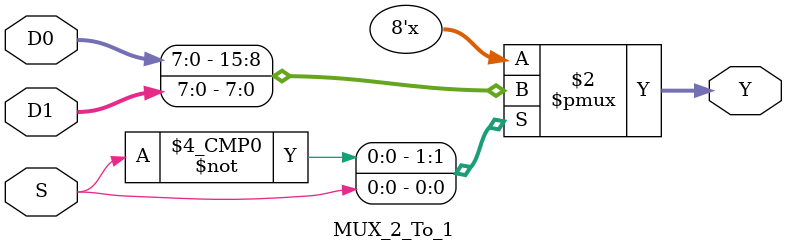
<source format=sv>
module MUX_2_To_1
						#(parameter N = 8)
						(input logic S,
						input logic [N-1:0] D0, D1,
						output logic [N-1:0] Y);

	always_comb
		begin
			case(S)
				1'b0: Y = D0;
				1'b1: Y = D1;
				default : Y = 0;
			endcase
		end
endmodule

</source>
